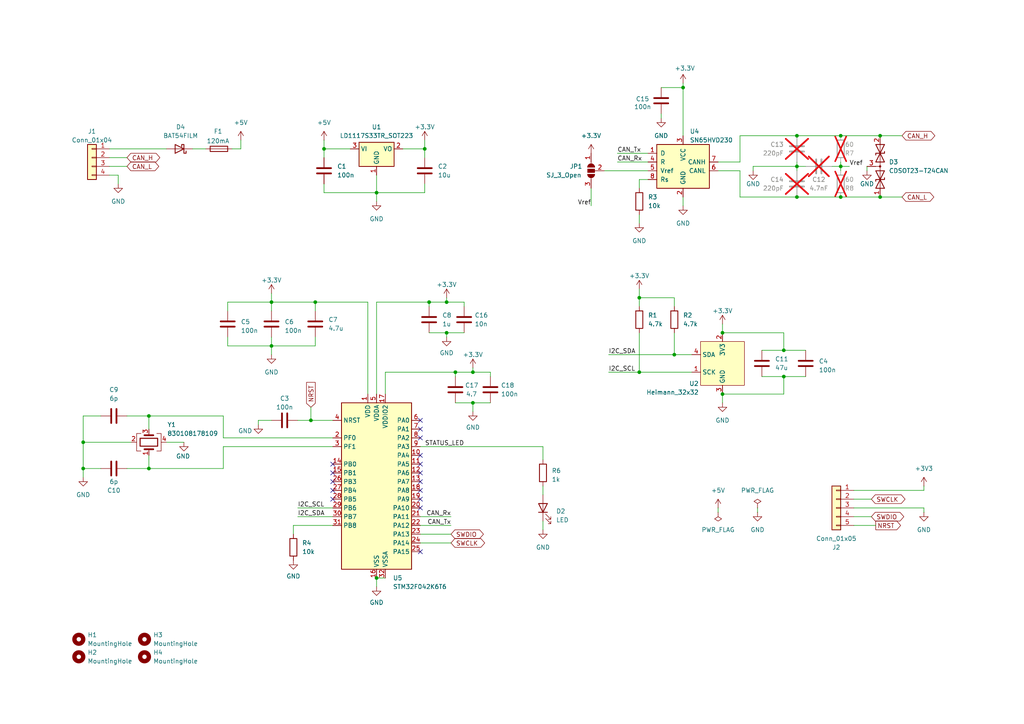
<source format=kicad_sch>
(kicad_sch (version 20231120) (generator "eeschema") (generator_version "8.0")
  (paper "A4")
  (lib_symbols
    (symbol "Connector_Generic:Conn_01x04" (pin_names (offset 1.016) hide)
      (property "Reference" "J" (at 0 5.08 0))
      (property "Value" "Conn_01x04" (at 0 -7.62 0))
      (symbol "Conn_01x04_1_1"
        (rectangle (start -1.27 -4.953) (end 0 -5.207) (stroke (width 0.1524)))
        (rectangle (start -1.27 -2.413) (end 0 -2.667) (stroke (width 0.1524)))
        (rectangle (start -1.27 0.127) (end 0 -0.127) (stroke (width 0.1524)))
        (rectangle (start -1.27 2.667) (end 0 2.413) (stroke (width 0.1524)))
        (rectangle (start -1.27 3.81) (end 1.27 -6.35) (stroke (width 0.254)) (fill (type background)))
        (pin passive line (at -5.08 2.54 0) (length 3.81) (name "Pin_1") (number "1"))
        (pin passive line (at -5.08 0 0) (length 3.81) (name "Pin_2") (number "2"))
        (pin passive line (at -5.08 -2.54 0) (length 3.81) (name "Pin_3") (number "3"))
        (pin passive line (at -5.08 -5.08 0) (length 3.81) (name "Pin_4") (number "4"))
      )
    )
    (symbol "Connector_Generic:Conn_01x05" (pin_names (offset 1.016) hide)
      (property "Reference" "J" (at 0 7.62 0))
      (property "Value" "Conn_01x05" (at 0 -7.62 0))
      (symbol "Conn_01x05_1_1"
        (rectangle (start -1.27 -4.953) (end 0 -5.207) (stroke (width 0.1524)))
        (rectangle (start -1.27 -2.413) (end 0 -2.667) (stroke (width 0.1524)))
        (rectangle (start -1.27 0.127) (end 0 -0.127) (stroke (width 0.1524)))
        (rectangle (start -1.27 2.667) (end 0 2.413) (stroke (width 0.1524)))
        (rectangle (start -1.27 5.207) (end 0 4.953) (stroke (width 0.1524)))
        (rectangle (start -1.27 6.35) (end 1.27 -6.35) (stroke (width 0.254)) (fill (type background)))
        (pin passive line (at -5.08 5.08 0) (length 3.81) (name "Pin_1") (number "1"))
        (pin passive line (at -5.08 2.54 0) (length 3.81) (name "Pin_2") (number "2"))
        (pin passive line (at -5.08 0 0) (length 3.81) (name "Pin_3") (number "3"))
        (pin passive line (at -5.08 -2.54 0) (length 3.81) (name "Pin_4") (number "4"))
        (pin passive line (at -5.08 -5.08 0) (length 3.81) (name "Pin_5") (number "5"))
      )
    )
    (symbol "Device:C" (pin_numbers hide) (pin_names (offset 0.254))
      (property "Reference" "C" (at 0.635 2.54 0))
      (property "Value" "C" (at 0.635 -2.54 0))
      (symbol "C_0_1"
        (polyline (pts (xy -2.032 -0.762) (xy 2.032 -0.762)) (stroke (width 0.508)))
        (polyline (pts (xy -2.032 0.762) (xy 2.032 0.762)) (stroke (width 0.508)))
      )
      (symbol "C_1_1"
        (pin passive line (at 0 3.81 270) (length 2.794) (name "~") (number "1"))
        (pin passive line (at 0 -3.81 90) (length 2.794) (name "~") (number "2"))
      )
    )
    (symbol "Device:D_Schottky" (pin_numbers hide) (pin_names (offset 1.016) hide)
      (property "Reference" "D" (at 0 2.54 0))
      (property "Value" "D_Schottky" (at 0 -2.54 0))
      (symbol "D_Schottky_0_1"
        (polyline (pts (xy 1.27 0) (xy -1.27 0)))
        (polyline (pts (xy 1.27 1.27) (xy 1.27 -1.27) (xy -1.27 0) (xy 1.27 1.27)) (stroke (width 0.254)))
        (polyline (pts (xy -1.905 0.635) (xy -1.905 1.27) (xy -1.27 1.27) (xy -1.27 -1.27) (xy -0.635 -1.27) (xy -0.635 -0.635)) (stroke (width 0.254)))
      )
      (symbol "D_Schottky_1_1"
        (pin passive line (at -3.81 0 0) (length 2.54) (name "K") (number "1"))
        (pin passive line (at 3.81 0 180) (length 2.54) (name "A") (number "2"))
      )
    )
    (symbol "Device:D_TVS_Dual_AAC" (pin_names (offset 1.016) hide)
      (property "Reference" "D" (at 0 4.445 0))
      (property "Value" "D_TVS_Dual_AAC" (at 0 2.54 0))
      (symbol "D_TVS_Dual_AAC_0_0"
        (polyline (pts (xy 0 -1.27) (xy 0 0)))
      )
      (symbol "D_TVS_Dual_AAC_0_1"
        (polyline (pts (xy -6.35 0) (xy 6.35 0)))
        (polyline (pts (xy -3.302 1.27) (xy -3.81 1.27) (xy -3.81 -1.27) (xy -4.318 -1.27)) (stroke (width 0.254)))
        (polyline (pts (xy 4.318 1.27) (xy 3.81 1.27) (xy 3.81 -1.27) (xy 3.302 -1.27)) (stroke (width 0.254)))
        (polyline (pts (xy -6.35 1.27) (xy -1.27 -1.27) (xy -1.27 1.27) (xy -6.35 -1.27) (xy -6.35 1.27)) (stroke (width 0.254)))
        (polyline (pts (xy 6.35 1.27) (xy 1.27 -1.27) (xy 1.27 1.27) (xy 6.35 -1.27) (xy 6.35 1.27)) (stroke (width 0.254)))
        (circle (center 0 0) (radius 0.254) (fill (type outline)))
      )
      (symbol "D_TVS_Dual_AAC_1_1"
        (pin passive line (at -8.89 0 0) (length 2.54) (name "A1") (number "1"))
        (pin passive line (at 8.89 0 180) (length 2.54) (name "A2") (number "2"))
        (pin input line (at 0 -3.81 90) (length 2.54) (name "common") (number "3"))
      )
    )
    (symbol "Device:Fuse" (pin_numbers hide) (pin_names (offset 0))
      (property "Reference" "F" (at 2.032 0 90))
      (property "Value" "Fuse" (at -1.905 0 90))
      (symbol "Fuse_0_1"
        (rectangle (start -0.762 -2.54) (end 0.762 2.54) (stroke (width 0.254)))
        (polyline (pts (xy 0 2.54) (xy 0 -2.54)))
      )
      (symbol "Fuse_1_1"
        (pin passive line (at 0 3.81 270) (length 1.27) (name "~") (number "1"))
        (pin passive line (at 0 -3.81 90) (length 1.27) (name "~") (number "2"))
      )
    )
    (symbol "Device:LED" (pin_numbers hide) (pin_names (offset 1.016) hide)
      (property "Reference" "D" (at 0 2.54 0))
      (property "Value" "LED" (at 0 -2.54 0))
      (symbol "LED_0_1"
        (polyline (pts (xy -1.27 -1.27) (xy -1.27 1.27)) (stroke (width 0.254)))
        (polyline (pts (xy -1.27 0) (xy 1.27 0)))
        (polyline (pts (xy 1.27 -1.27) (xy 1.27 1.27) (xy -1.27 0) (xy 1.27 -1.27)) (stroke (width 0.254)))
        (polyline (pts (xy -3.048 -0.762) (xy -4.572 -2.286) (xy -3.81 -2.286) (xy -4.572 -2.286) (xy -4.572 -1.524)))
        (polyline (pts (xy -1.778 -0.762) (xy -3.302 -2.286) (xy -2.54 -2.286) (xy -3.302 -2.286) (xy -3.302 -1.524)))
      )
      (symbol "LED_1_1"
        (pin passive line (at -3.81 0 0) (length 2.54) (name "K") (number "1"))
        (pin passive line (at 3.81 0 180) (length 2.54) (name "A") (number "2"))
      )
    )
    (symbol "Device:R" (pin_numbers hide) (pin_names (offset 0))
      (property "Reference" "R" (at 2.032 0 90))
      (property "Value" "R" (at 0 0 90))
      (symbol "R_0_1"
        (rectangle (start -1.016 -2.54) (end 1.016 2.54) (stroke (width 0.254)))
      )
      (symbol "R_1_1"
        (pin passive line (at 0 3.81 270) (length 1.27) (name "~") (number "1"))
        (pin passive line (at 0 -3.81 90) (length 1.27) (name "~") (number "2"))
      )
    )
    (symbol "FaSTTUBe_Crystals:830108178109" (pin_names (offset 1.016) hide)
      (property "Reference" "Y" (at 3.175 5.08 0))
      (property "Value" "830108178109" (at 3.175 3.175 0))
      (symbol "830108178109_0_1"
        (rectangle (start -1.143 2.54) (end 1.143 -2.54) (stroke (width 0.3048)))
        (polyline (pts (xy -2.54 0) (xy -2.032 0)))
        (polyline (pts (xy -2.032 -1.27) (xy -2.032 1.27)) (stroke (width 0.508)))
        (polyline (pts (xy 0 -3.81) (xy 0 -3.556)))
        (polyline (pts (xy 0 3.556) (xy 0 3.81)))
        (polyline (pts (xy 2.032 -1.27) (xy 2.032 1.27)) (stroke (width 0.508)))
        (polyline (pts (xy 2.032 0) (xy 2.54 0)))
        (polyline (pts (xy -2.54 -2.286) (xy -2.54 -3.556) (xy 2.54 -3.556) (xy 2.54 -2.286)))
        (polyline (pts (xy -2.54 2.286) (xy -2.54 3.556) (xy 2.54 3.556) (xy 2.54 2.286)))
      )
      (symbol "830108178109_1_1"
        (pin passive line (at -3.81 0 0) (length 1.27) (name "1") (number "1"))
        (pin passive line (at 0 5.08 270) (length 1.27) (name "2") (number "2"))
        (pin passive line (at 3.81 0 180) (length 1.27) (name "3") (number "3"))
        (pin passive line (at 0 -5.08 90) (length 1.27) (name "4") (number "4"))
      )
    )
    (symbol "GND_1" (power) (pin_numbers hide) (pin_names (offset 0) hide)
      (property "Value" "GND" (at 0 -3.81 0))
      (symbol "GND_1_0_1"
        (polyline (pts (xy 0 0) (xy 0 -1.27) (xy 1.27 -1.27) (xy 0 -2.54) (xy -1.27 -1.27) (xy 0 -1.27)))
      )
      (symbol "GND_1_1_1"
        (pin power_in line (at 0 0 270) (length 0) (name "~") (number "1"))
      )
    )
    (symbol "Interface_CAN_LIN:SN65HVD230" (pin_names (offset 1.016))
      (property "Reference" "U" (at -2.54 10.16 0))
      (property "Value" "SN65HVD230" (at -2.54 7.62 0))
      (symbol "SN65HVD230_0_1"
        (rectangle (start -7.62 5.08) (end 7.62 -7.62) (stroke (width 0.254)) (fill (type background)))
      )
      (symbol "SN65HVD230_1_1"
        (pin input line (at -10.16 2.54 0) (length 2.54) (name "D") (number "1"))
        (pin power_in line (at 0 -10.16 90) (length 2.54) (name "GND") (number "2"))
        (pin power_in line (at 0 7.62 270) (length 2.54) (name "VCC") (number "3"))
        (pin output line (at -10.16 0 0) (length 2.54) (name "R") (number "4"))
        (pin output line (at -10.16 -2.54 0) (length 2.54) (name "Vref") (number "5"))
        (pin bidirectional line (at 10.16 -2.54 180) (length 2.54) (name "CANL") (number "6"))
        (pin bidirectional line (at 10.16 0 180) (length 2.54) (name "CANH") (number "7"))
        (pin input line (at -10.16 -5.08 0) (length 2.54) (name "Rs") (number "8"))
      )
    )
    (symbol "Jumper:SolderJumper_3_Open" (pin_names (offset 0) hide)
      (property "Reference" "JP" (at -2.54 -2.54 0))
      (property "Value" "SolderJumper_3_Open" (at 0 2.794 0))
      (symbol "SolderJumper_3_Open_0_1"
        (arc (start -1.016 1.016) (mid -2.0276 0) (end -1.016 -1.016))
        (arc (start -1.016 1.016) (mid -2.0276 0) (end -1.016 -1.016) (fill (type outline)))
        (rectangle (start -0.508 1.016) (end 0.508 -1.016) (fill (type outline)))
        (polyline (pts (xy -2.54 0) (xy -2.032 0)))
        (polyline (pts (xy -1.016 1.016) (xy -1.016 -1.016)))
        (polyline (pts (xy 0 -1.27) (xy 0 -1.016)))
        (polyline (pts (xy 1.016 1.016) (xy 1.016 -1.016)))
        (polyline (pts (xy 2.54 0) (xy 2.032 0)))
        (arc (start 1.016 -1.016) (mid 2.0276 0) (end 1.016 1.016))
        (arc (start 1.016 -1.016) (mid 2.0276 0) (end 1.016 1.016) (fill (type outline)))
      )
      (symbol "SolderJumper_3_Open_1_1"
        (pin passive line (at -5.08 0 0) (length 2.54) (name "A") (number "1"))
        (pin passive line (at 0 -3.81 90) (length 2.54) (name "C") (number "2"))
        (pin passive line (at 5.08 0 180) (length 2.54) (name "B") (number "3"))
      )
    )
    (symbol "MCU_ST_STM32F0:STM32F042K6Tx"
      (property "Reference" "U" (at -10.16 26.67 0))
      (property "Value" "STM32F042K6Tx" (at 5.08 26.67 0))
      (symbol "STM32F042K6Tx_0_1"
        (rectangle (start -10.16 -22.86) (end 10.16 25.4) (stroke (width 0.254)) (fill (type background)))
      )
      (symbol "STM32F042K6Tx_1_1"
        (pin power_in line (at -2.54 27.94 270) (length 2.54) (name "VDD") (number "1"))
        (pin bidirectional line (at 12.7 10.16 180) (length 2.54) (name "PA4") (number "10"))
        (pin bidirectional line (at 12.7 7.62 180) (length 2.54) (name "PA5") (number "11"))
        (pin bidirectional line (at 12.7 5.08 180) (length 2.54) (name "PA6") (number "12"))
        (pin bidirectional line (at 12.7 2.54 180) (length 2.54) (name "PA7") (number "13"))
        (pin bidirectional line (at -12.7 7.62 0) (length 2.54) (name "PB0") (number "14"))
        (pin bidirectional line (at -12.7 5.08 0) (length 2.54) (name "PB1") (number "15"))
        (pin power_in line (at 0 -25.4 90) (length 2.54) (name "VSS") (number "16"))
        (pin power_in line (at 2.54 27.94 270) (length 2.54) (name "VDDIO2") (number "17"))
        (pin bidirectional line (at 12.7 0 180) (length 2.54) (name "PA8") (number "18"))
        (pin bidirectional line (at 12.7 -2.54 180) (length 2.54) (name "PA9") (number "19"))
        (pin bidirectional line (at -12.7 15.24 0) (length 2.54) (name "PF0") (number "2"))
        (pin bidirectional line (at 12.7 -5.08 180) (length 2.54) (name "PA10") (number "20"))
        (pin bidirectional line (at 12.7 -7.62 180) (length 2.54) (name "PA11") (number "21"))
        (pin bidirectional line (at 12.7 -10.16 180) (length 2.54) (name "PA12") (number "22"))
        (pin bidirectional line (at 12.7 -12.7 180) (length 2.54) (name "PA13") (number "23"))
        (pin bidirectional line (at 12.7 -15.24 180) (length 2.54) (name "PA14") (number "24"))
        (pin bidirectional line (at 12.7 -17.78 180) (length 2.54) (name "PA15") (number "25"))
        (pin bidirectional line (at -12.7 2.54 0) (length 2.54) (name "PB3") (number "26"))
        (pin bidirectional line (at -12.7 0 0) (length 2.54) (name "PB4") (number "27"))
        (pin bidirectional line (at -12.7 -2.54 0) (length 2.54) (name "PB5") (number "28"))
        (pin bidirectional line (at -12.7 -5.08 0) (length 2.54) (name "PB6") (number "29"))
        (pin bidirectional line (at -12.7 12.7 0) (length 2.54) (name "PF1") (number "3"))
        (pin bidirectional line (at -12.7 -7.62 0) (length 2.54) (name "PB7") (number "30"))
        (pin bidirectional line (at -12.7 -10.16 0) (length 2.54) (name "PB8") (number "31"))
        (pin power_in line (at 2.54 -25.4 90) (length 2.54) (name "VSSA") (number "32"))
        (pin input line (at -12.7 20.32 0) (length 2.54) (name "NRST") (number "4"))
        (pin power_in line (at 0 27.94 270) (length 2.54) (name "VDDA") (number "5"))
        (pin bidirectional line (at 12.7 20.32 180) (length 2.54) (name "PA0") (number "6"))
        (pin bidirectional line (at 12.7 17.78 180) (length 2.54) (name "PA1") (number "7"))
        (pin bidirectional line (at 12.7 15.24 180) (length 2.54) (name "PA2") (number "8"))
        (pin bidirectional line (at 12.7 12.7 180) (length 2.54) (name "PA3") (number "9"))
      )
    )
    (symbol "MountingHole_1" (pin_names (offset 1.016)) (exclude_from_sim yes) (in_bom no)
      (property "Reference" "H" (at 0 5.08 0))
      (property "Value" "MountingHole" (at 0 3.175 0))
      (symbol "MountingHole_1_0_1"
        (circle (center 0 0) (radius 1.27) (stroke (width 1.27)))
      )
    )
    (symbol "Regulator_Linear:LD1117S33TR_SOT223"
      (property "Reference" "U" (at -3.81 3.175 0))
      (property "Value" "LD1117S33TR_SOT223" (at 0 3.175 0))
      (symbol "LD1117S33TR_SOT223_0_1"
        (rectangle (start -5.08 -5.08) (end 5.08 1.905) (stroke (width 0.254)) (fill (type background)))
      )
      (symbol "LD1117S33TR_SOT223_1_1"
        (pin power_in line (at 0 -7.62 90) (length 2.54) (name "GND") (number "1"))
        (pin power_out line (at 7.62 0 180) (length 2.54) (name "VO") (number "2"))
        (pin power_in line (at -7.62 0 0) (length 2.54) (name "VI") (number "3"))
      )
    )
    (symbol "TTS:Heimann_16x16"
      (property "Reference" "U" (at 0 0 0))
      (property "Value" "Heimann_16x16" (at 0 0 0))
      (symbol "Heimann_16x16_0_1"
        (rectangle (start -6.35 6.35) (end 6.35 -6.35) (fill (type background)))
      )
      (symbol "Heimann_16x16_1_1"
        (pin bidirectional line (at 8.89 -2.54 180) (length 2.54) (name "SCK") (number "1"))
        (pin power_in line (at 0 8.89 270) (length 2.54) (name "3V3") (number "2"))
        (pin power_in line (at 0 -8.89 90) (length 2.54) (name "GND") (number "3"))
        (pin bidirectional line (at 8.89 2.54 180) (length 2.54) (name "SDA") (number "4"))
      )
    )
    (symbol "power:+3.3V" (power) (pin_names (offset 0))
      (property "Value" "+3.3V" (at 0 3.556 0))
      (symbol "+3.3V_0_1"
        (polyline (pts (xy -0.762 1.27) (xy 0 2.54)))
        (polyline (pts (xy 0 0) (xy 0 2.54)))
        (polyline (pts (xy 0 2.54) (xy 0.762 1.27)))
      )
      (symbol "+3.3V_1_1"
        (pin power_in line (at 0 0 90) (length 0) hide (name "+3.3V") (number "1"))
      )
    )
    (symbol "power:+3V3" (power) (pin_numbers hide) (pin_names (offset 0) hide)
      (property "Value" "+3V3" (at 0 3.556 0))
      (symbol "+3V3_0_1"
        (polyline (pts (xy -0.762 1.27) (xy 0 2.54)))
        (polyline (pts (xy 0 0) (xy 0 2.54)))
        (polyline (pts (xy 0 2.54) (xy 0.762 1.27)))
      )
      (symbol "+3V3_1_1"
        (pin power_in line (at 0 0 90) (length 0) (name "~") (number "1"))
      )
    )
    (symbol "power:+5V" (power) (pin_numbers hide) (pin_names (offset 0) hide)
      (property "Value" "+5V" (at 0 3.556 0))
      (symbol "+5V_0_1"
        (polyline (pts (xy -0.762 1.27) (xy 0 2.54)))
        (polyline (pts (xy 0 0) (xy 0 2.54)))
        (polyline (pts (xy 0 2.54) (xy 0.762 1.27)))
      )
      (symbol "+5V_1_1"
        (pin power_in line (at 0 0 90) (length 0) (name "~") (number "1"))
      )
    )
    (symbol "power:GND" (power) (pin_names (offset 0))
      (property "Value" "GND" (at 0 -3.81 0))
      (symbol "GND_0_1"
        (polyline (pts (xy 0 0) (xy 0 -1.27) (xy 1.27 -1.27) (xy 0 -2.54) (xy -1.27 -1.27) (xy 0 -1.27)))
      )
      (symbol "GND_1_1"
        (pin power_in line (at 0 0 270) (length 0) hide (name "GND") (number "1"))
      )
    )
    (symbol "power:PWR_FLAG" (power) (pin_numbers hide) (pin_names (offset 0) hide)
      (property "Value" "PWR_FLAG" (at 0 3.81 0))
      (symbol "PWR_FLAG_0_0"
        (pin power_out line (at 0 0 90) (length 0) (name "~") (number "1"))
      )
      (symbol "PWR_FLAG_0_1"
        (polyline (pts (xy 0 0) (xy 0 1.27) (xy -1.016 1.905) (xy 0 2.54) (xy 1.016 1.905) (xy 0 1.27)))
      )
    )
  )
  (junction (at 91.44 87.63))
  (junction (at 137.16 107.95))
  (junction (at 243.84 48.26))
  (junction (at 78.74 87.63))
  (junction (at 43.18 120.65))
  (junction (at 43.18 135.89))
  (junction (at 24.13 135.89))
  (junction (at 231.14 48.26))
  (junction (at 132.08 107.95))
  (junction (at 227.33 101.6))
  (junction (at 231.14 57.15))
  (junction (at 109.22 55.88))
  (junction (at 109.22 167.64))
  (junction (at 243.84 39.37))
  (junction (at 93.98 43.18))
  (junction (at 255.27 57.15))
  (junction (at 124.46 87.63))
  (junction (at 227.33 109.22))
  (junction (at 231.14 39.37))
  (junction (at 198.12 25.4))
  (junction (at 129.54 96.52))
  (junction (at 78.74 100.33))
  (junction (at 129.54 87.63))
  (junction (at 209.55 114.3))
  (junction (at 137.16 116.84))
  (junction (at 209.55 96.52))
  (junction (at 123.19 43.18))
  (junction (at 185.42 107.95))
  (junction (at 24.13 128.27))
  (junction (at 195.58 102.87))
  (junction (at 243.84 57.15))
  (junction (at 185.42 86.36))
  (junction (at 255.27 39.37))
  (junction (at 90.17 121.92))
  (no_connect (at 121.92 142.24))
  (no_connect (at 121.92 144.78))
  (no_connect (at 121.92 160.02))
  (no_connect (at 96.52 142.24))
  (no_connect (at 96.52 134.62))
  (no_connect (at 121.92 132.08))
  (no_connect (at 121.92 137.16))
  (no_connect (at 96.52 137.16))
  (no_connect (at 96.52 144.78))
  (no_connect (at 121.92 121.92))
  (no_connect (at 121.92 127))
  (no_connect (at 121.92 124.46))
  (no_connect (at 121.92 147.32))
  (no_connect (at 121.92 134.62))
  (no_connect (at 96.52 139.7))
  (no_connect (at 121.92 139.7))
  (wire (pts (xy 121.92 157.48) (xy 130.81 157.48)))
  (wire (pts (xy 247.65 144.78) (xy 252.73 144.78)))
  (wire (pts (xy 157.48 151.13) (xy 157.48 153.67)))
  (wire (pts (xy 124.46 87.63) (xy 124.46 88.9)))
  (wire (pts (xy 142.24 107.95) (xy 142.24 109.22)))
  (wire (pts (xy 78.74 87.63) (xy 66.04 87.63)))
  (wire (pts (xy 78.74 97.79) (xy 78.74 100.33)))
  (wire (pts (xy 43.18 135.89) (xy 64.77 135.89)))
  (wire (pts (xy 116.84 43.18) (xy 123.19 43.18)))
  (wire (pts (xy 109.22 167.64) (xy 111.76 167.64)))
  (wire (pts (xy 78.74 100.33) (xy 91.44 100.33)))
  (wire (pts (xy 74.93 123.19) (xy 74.93 121.92)))
  (wire (pts (xy 218.44 49.53) (xy 218.44 48.26)))
  (wire (pts (xy 31.75 48.26) (xy 36.83 48.26)))
  (wire (pts (xy 109.22 167.64) (xy 109.22 170.18)))
  (wire (pts (xy 179.07 44.45) (xy 187.96 44.45)))
  (wire (pts (xy 31.75 45.72) (xy 36.83 45.72)))
  (wire (pts (xy 255.27 39.37) (xy 243.84 39.37)))
  (wire (pts (xy 191.77 25.4) (xy 198.12 25.4)))
  (wire (pts (xy 129.54 96.52) (xy 134.62 96.52)))
  (wire (pts (xy 137.16 107.95) (xy 142.24 107.95)))
  (wire (pts (xy 36.83 120.65) (xy 43.18 120.65)))
  (wire (pts (xy 121.92 149.86) (xy 130.81 149.86)))
  (wire (pts (xy 220.98 109.22) (xy 227.33 109.22)))
  (wire (pts (xy 176.53 102.87) (xy 195.58 102.87)))
  (wire (pts (xy 121.92 154.94) (xy 130.81 154.94)))
  (wire (pts (xy 247.65 152.4) (xy 254 152.4)))
  (wire (pts (xy 185.42 83.82) (xy 185.42 86.36)))
  (wire (pts (xy 24.13 135.89) (xy 24.13 138.43)))
  (wire (pts (xy 109.22 50.8) (xy 109.22 55.88)))
  (wire (pts (xy 86.36 121.92) (xy 90.17 121.92)))
  (wire (pts (xy 255.27 57.15) (xy 243.84 57.15)))
  (wire (pts (xy 24.13 128.27) (xy 24.13 135.89)))
  (wire (pts (xy 106.68 87.63) (xy 91.44 87.63)))
  (wire (pts (xy 29.21 120.65) (xy 24.13 120.65)))
  (wire (pts (xy 91.44 100.33) (xy 91.44 97.79)))
  (wire (pts (xy 134.62 87.63) (xy 134.62 88.9)))
  (wire (pts (xy 96.52 152.4) (xy 85.09 152.4)))
  (wire (pts (xy 243.84 46.99) (xy 243.84 48.26)))
  (wire (pts (xy 64.77 120.65) (xy 64.77 127)))
  (wire (pts (xy 171.45 59.69) (xy 171.45 54.61)))
  (wire (pts (xy 227.33 96.52) (xy 227.33 101.6)))
  (wire (pts (xy 246.38 48.26) (xy 243.84 48.26)))
  (wire (pts (xy 157.48 140.97) (xy 157.48 143.51)))
  (wire (pts (xy 86.36 149.86) (xy 96.52 149.86)))
  (wire (pts (xy 123.19 43.18) (xy 123.19 45.72)))
  (wire (pts (xy 111.76 107.95) (xy 111.76 114.3)))
  (wire (pts (xy 124.46 87.63) (xy 129.54 87.63)))
  (wire (pts (xy 109.22 87.63) (xy 109.22 114.3)))
  (wire (pts (xy 86.36 147.32) (xy 96.52 147.32)))
  (wire (pts (xy 243.84 39.37) (xy 231.14 39.37)))
  (wire (pts (xy 24.13 120.65) (xy 24.13 128.27)))
  (wire (pts (xy 121.92 129.54) (xy 157.48 129.54)))
  (wire (pts (xy 132.08 107.95) (xy 137.16 107.95)))
  (wire (pts (xy 214.63 46.99) (xy 214.63 39.37)))
  (wire (pts (xy 219.71 147.32) (xy 219.71 148.59)))
  (wire (pts (xy 137.16 106.68) (xy 137.16 107.95)))
  (wire (pts (xy 59.69 43.18) (xy 55.88 43.18)))
  (wire (pts (xy 34.29 50.8) (xy 31.75 50.8)))
  (wire (pts (xy 34.29 53.34) (xy 34.29 50.8)))
  (wire (pts (xy 121.92 152.4) (xy 130.81 152.4)))
  (wire (pts (xy 109.22 55.88) (xy 123.19 55.88)))
  (wire (pts (xy 74.93 121.92) (xy 78.74 121.92)))
  (wire (pts (xy 214.63 49.53) (xy 214.63 57.15)))
  (wire (pts (xy 195.58 88.9) (xy 195.58 86.36)))
  (wire (pts (xy 93.98 40.64) (xy 93.98 43.18)))
  (wire (pts (xy 195.58 102.87) (xy 195.58 96.52)))
  (wire (pts (xy 185.42 86.36) (xy 185.42 88.9)))
  (wire (pts (xy 247.65 149.86) (xy 252.73 149.86)))
  (wire (pts (xy 267.97 142.24) (xy 267.97 140.97)))
  (wire (pts (xy 185.42 107.95) (xy 200.66 107.95)))
  (wire (pts (xy 247.65 142.24) (xy 267.97 142.24)))
  (wire (pts (xy 231.14 49.53) (xy 231.14 48.26)))
  (wire (pts (xy 209.55 114.3) (xy 227.33 114.3)))
  (wire (pts (xy 91.44 87.63) (xy 78.74 87.63)))
  (wire (pts (xy 227.33 109.22) (xy 233.68 109.22)))
  (wire (pts (xy 24.13 135.89) (xy 29.21 135.89)))
  (wire (pts (xy 78.74 85.09) (xy 78.74 87.63)))
  (wire (pts (xy 43.18 120.65) (xy 64.77 120.65)))
  (wire (pts (xy 195.58 102.87) (xy 200.66 102.87)))
  (wire (pts (xy 111.76 107.95) (xy 132.08 107.95)))
  (wire (pts (xy 123.19 40.64) (xy 123.19 43.18)))
  (wire (pts (xy 129.54 96.52) (xy 129.54 97.79)))
  (wire (pts (xy 43.18 132.08) (xy 43.18 135.89)))
  (wire (pts (xy 123.19 55.88) (xy 123.19 53.34)))
  (wire (pts (xy 124.46 96.52) (xy 129.54 96.52)))
  (wire (pts (xy 214.63 57.15) (xy 231.14 57.15)))
  (wire (pts (xy 227.33 109.22) (xy 227.33 114.3)))
  (wire (pts (xy 109.22 55.88) (xy 109.22 58.42)))
  (wire (pts (xy 64.77 127) (xy 96.52 127)))
  (wire (pts (xy 261.62 57.15) (xy 255.27 57.15)))
  (wire (pts (xy 90.17 118.11) (xy 90.17 121.92)))
  (wire (pts (xy 36.83 135.89) (xy 43.18 135.89)))
  (wire (pts (xy 137.16 116.84) (xy 142.24 116.84)))
  (wire (pts (xy 129.54 86.36) (xy 129.54 87.63)))
  (wire (pts (xy 24.13 128.27) (xy 38.1 128.27)))
  (wire (pts (xy 93.98 53.34) (xy 93.98 55.88)))
  (wire (pts (xy 175.26 49.53) (xy 187.96 49.53)))
  (wire (pts (xy 78.74 100.33) (xy 78.74 102.87)))
  (wire (pts (xy 185.42 52.07) (xy 187.96 52.07)))
  (wire (pts (xy 247.65 147.32) (xy 267.97 147.32)))
  (wire (pts (xy 208.28 49.53) (xy 214.63 49.53)))
  (wire (pts (xy 243.84 48.26) (xy 241.3 48.26)))
  (wire (pts (xy 208.28 147.32) (xy 208.28 148.59)))
  (wire (pts (xy 251.46 49.53) (xy 251.46 48.26)))
  (wire (pts (xy 137.16 116.84) (xy 137.16 119.38)))
  (wire (pts (xy 93.98 43.18) (xy 101.6 43.18)))
  (wire (pts (xy 243.84 49.53) (xy 243.84 48.26)))
  (wire (pts (xy 109.22 87.63) (xy 124.46 87.63)))
  (wire (pts (xy 132.08 116.84) (xy 137.16 116.84)))
  (wire (pts (xy 66.04 87.63) (xy 66.04 90.17)))
  (wire (pts (xy 261.62 39.37) (xy 255.27 39.37)))
  (wire (pts (xy 176.53 107.95) (xy 185.42 107.95)))
  (wire (pts (xy 185.42 54.61) (xy 185.42 52.07)))
  (wire (pts (xy 48.26 128.27) (xy 53.34 128.27)))
  (wire (pts (xy 67.31 43.18) (xy 69.85 43.18)))
  (wire (pts (xy 198.12 24.13) (xy 198.12 25.4)))
  (wire (pts (xy 267.97 147.32) (xy 267.97 148.59)))
  (wire (pts (xy 69.85 43.18) (xy 69.85 40.64)))
  (wire (pts (xy 90.17 121.92) (xy 96.52 121.92)))
  (wire (pts (xy 231.14 46.99) (xy 231.14 48.26)))
  (wire (pts (xy 132.08 107.95) (xy 132.08 109.22)))
  (wire (pts (xy 195.58 86.36) (xy 185.42 86.36)))
  (wire (pts (xy 78.74 87.63) (xy 78.74 90.17)))
  (wire (pts (xy 85.09 152.4) (xy 85.09 154.94)))
  (wire (pts (xy 209.55 114.3) (xy 209.55 116.84)))
  (wire (pts (xy 31.75 43.18) (xy 48.26 43.18)))
  (wire (pts (xy 209.55 93.98) (xy 209.55 96.52)))
  (wire (pts (xy 106.68 87.63) (xy 106.68 114.3)))
  (wire (pts (xy 243.84 57.15) (xy 231.14 57.15)))
  (wire (pts (xy 220.98 101.6) (xy 227.33 101.6)))
  (wire (pts (xy 93.98 55.88) (xy 109.22 55.88)))
  (wire (pts (xy 157.48 129.54) (xy 157.48 133.35)))
  (wire (pts (xy 198.12 25.4) (xy 198.12 39.37)))
  (wire (pts (xy 185.42 62.23) (xy 185.42 64.77)))
  (wire (pts (xy 43.18 120.65) (xy 43.18 124.46)))
  (wire (pts (xy 208.28 46.99) (xy 214.63 46.99)))
  (wire (pts (xy 233.68 48.26) (xy 231.14 48.26)))
  (wire (pts (xy 214.63 39.37) (xy 231.14 39.37)))
  (wire (pts (xy 66.04 100.33) (xy 78.74 100.33)))
  (wire (pts (xy 198.12 57.15) (xy 198.12 59.69)))
  (wire (pts (xy 191.77 34.29) (xy 191.77 33.02)))
  (wire (pts (xy 185.42 107.95) (xy 185.42 96.52)))
  (wire (pts (xy 227.33 101.6) (xy 233.68 101.6)))
  (wire (pts (xy 179.07 46.99) (xy 187.96 46.99)))
  (wire (pts (xy 66.04 97.79) (xy 66.04 100.33)))
  (wire (pts (xy 91.44 90.17) (xy 91.44 87.63)))
  (wire (pts (xy 96.52 129.54) (xy 64.77 129.54)))
  (wire (pts (xy 209.55 96.52) (xy 227.33 96.52)))
  (wire (pts (xy 129.54 87.63) (xy 134.62 87.63)))
  (wire (pts (xy 93.98 43.18) (xy 93.98 45.72)))
  (wire (pts (xy 64.77 129.54) (xy 64.77 135.89)))
  (wire (pts (xy 218.44 48.26) (xy 231.14 48.26)))
  (label "CAN_Tx" (at 130.81 152.4 180))
  (label "I2C_SDA" (at 86.36 149.86 0))
  (label "CAN_Rx" (at 130.81 149.86 180))
  (label "Vref" (at 171.45 59.69 180))
  (label "Vref" (at 246.38 48.26 0))
  (label "I2C_SCL" (at 86.36 147.32 0))
  (label "CAN_Rx" (at 179.07 46.99 0))
  (label "I2C_SDA" (at 176.53 102.87 0))
  (label "I2C_SCL" (at 176.53 107.95 0))
  (label "STATUS_LED" (at 134.62 129.54 180))
  (label "CAN_Tx" (at 179.07 44.45 0))
  (global_label "SWCLK" (shape bidirectional) (at 130.81 157.48 0) (property "Intersheetrefs" "${INTERSHEET_REFS}" (effects (hide yes))))
  (global_label "CAN_L" (shape bidirectional) (at 261.62 57.15 0) (property "Intersheetrefs" "${INTERSHEET_REFS}" (effects (hide yes))))
  (global_label "CAN_H" (shape bidirectional) (at 261.62 39.37 0) (property "Intersheetrefs" "${INTERSHEET_REFS}" (effects (hide yes))))
  (global_label "CAN_L" (shape bidirectional) (at 36.83 48.26 0) (property "Intersheetrefs" "${INTERSHEET_REFS}" (effects (hide yes))))
  (global_label "CAN_H" (shape bidirectional) (at 36.83 45.72 0) (property "Intersheetrefs" "${INTERSHEET_REFS}" (effects (hide yes))))
  (global_label "SWDIO" (shape bidirectional) (at 252.73 149.86 0) (property "Intersheetrefs" "${INTERSHEET_REFS}" (effects (hide yes))))
  (global_label "SWDIO" (shape bidirectional) (at 130.81 154.94 0) (property "Intersheetrefs" "${INTERSHEET_REFS}" (effects (hide yes))))
  (global_label "NRST" (shape input) (at 90.17 118.11 90) (property "Intersheetrefs" "${INTERSHEET_REFS}" (effects (hide yes))))
  (global_label "NRST" (shape output) (at 254 152.4 0) (property "Intersheetrefs" "${INTERSHEET_REFS}" (effects (hide yes))))
  (global_label "SWCLK" (shape bidirectional) (at 252.73 144.78 0) (property "Intersheetrefs" "${INTERSHEET_REFS}" (effects (hide yes))))
  (symbol (lib_id "FaSTTUBe_Crystals:830108178109") (at 43.18 128.27 90) (unit 1)
    (property "Reference" "Y1" (at 49.784 123.19 90))
    (property "Value" "830108178109" (at 55.88 125.73 90))
    (property "Footprint" "Crystal:Crystal_SMD_2016-4Pin_2.0x1.6mm" (effects (hide yes)))
    (property "Datasheet" "https://www.we-online.com/components/products/datasheet/830108178109.pdf" (effects (hide yes)))
    (property "Description" "16.0MHz Load Capacitance (CL) 8.00pF, Shunt Capacitance (C0) 3pF max" (effects (hide yes)))
  )
  (symbol (lib_id "Device:C") (at 66.04 93.98 0) (unit 1)
    (property "Reference" "C5" (at 69.85 93.345 0) (effects (justify left)))
    (property "Value" "100n" (at 69.85 95.885 0) (effects (justify left)))
    (property "Footprint" "Capacitor_SMD:C_0603_1608Metric" (effects (hide yes)))
    (property "LCSC" "C307331" (effects (hide yes)))
  )
  (symbol (lib_id "Device:C") (at 91.44 93.98 0) (unit 1)
    (property "Reference" "C7" (at 95.25 92.7099 0) (effects (justify left)))
    (property "Value" "4.7u" (at 95.25 95.2499 0) (effects (justify left)))
    (property "Footprint" "Capacitor_SMD:C_0603_1608Metric" (effects (hide yes)))
    (property "LCSC" "C307331" (effects (hide yes)))
  )
  (symbol (lib_name "GND_1") (lib_id "power:GND") (at 219.71 148.59 0) (unit 1)
    (property "Reference" "#PWR029" (effects (hide yes)))
    (property "Value" "GND" (at 219.71 153.67 0))
    (property "Description" "Power symbol creates a global label with name \"GND\" , ground" (effects (hide yes)))
  )
  (symbol (lib_id "Device:C") (at 93.98 49.53 0) (unit 1)
    (property "Reference" "C1" (at 97.79 48.2599 0) (effects (justify left)))
    (property "Value" "100n" (at 97.79 50.7999 0) (effects (justify left)))
    (property "Footprint" "Capacitor_SMD:C_0603_1608Metric" (effects (hide yes)))
    (property "LCSC" "C15849" (effects (hide yes)))
  )
  (symbol (lib_id "Device:Fuse") (at 63.5 43.18 90) (unit 1)
    (property "Reference" "F1" (at 64.516 38.1 90) (effects (justify left)))
    (property "Value" "120mA" (at 66.548 40.894 90) (effects (justify left)))
    (property "Footprint" "Fuse:Fuse_1206_3216Metric" (effects (hide yes)))
    (property "Datasheet" "https://www.mouser.de/datasheet/2/87/eaton_pts1206_6_60_volt_dc_surface_mount_resettabl-1608737.pdf" (effects (hide yes)))
  )
  (symbol (lib_id "power:GND") (at 78.74 102.87 0) (unit 1)
    (property "Reference" "#PWR014" (effects (hide yes)))
    (property "Value" "GND" (at 78.74 107.95 0))
  )
  (symbol (lib_id "Device:C") (at 33.02 120.65 90) (unit 1)
    (property "Reference" "C9" (at 33.02 113.03 90))
    (property "Value" "6p" (at 33.02 115.57 90))
    (property "Footprint" "Capacitor_SMD:C_0603_1608Metric" (effects (hide yes)))
    (property "LCSC" "C1549" (effects (hide yes)))
  )
  (symbol (lib_id "power:+3.3V") (at 78.74 85.09 0) (unit 1)
    (property "Reference" "#PWR04" (effects (hide yes)))
    (property "Value" "+3.3V" (at 78.74 81.28 0))
  )
  (symbol (lib_id "Device:C") (at 233.68 105.41 0) (unit 1)
    (property "Reference" "C4" (at 237.49 104.775 0) (effects (justify left)))
    (property "Value" "100n" (at 237.49 107.315 0) (effects (justify left)))
    (property "Footprint" "Capacitor_SMD:C_0603_1608Metric" (effects (hide yes)))
    (property "LCSC" "C307331" (effects (hide yes)))
  )
  (symbol (lib_id "power:GND") (at 191.77 34.29 0) (unit 1)
    (property "Reference" "#PWR027" (effects (hide yes)))
    (property "Value" "GND" (at 191.77 39.37 0))
  )
  (symbol (lib_id "Device:C") (at 231.14 43.18 0) (mirror y) (unit 1) (dnp yes)
    (property "Reference" "C13" (at 227.33 41.91 0) (effects (justify left)))
    (property "Value" "220pF" (at 227.33 44.45 0) (effects (justify left)))
    (property "Footprint" "Capacitor_SMD:C_0603_1608Metric" (effects (hide yes)))
  )
  (symbol (lib_name "MountingHole_1") (lib_id "Mechanical:MountingHole") (at 41.91 185.42 0) (unit 1) (exclude_from_sim yes) (in_bom no)
    (property "Reference" "H3" (at 44.45 184.1499 0) (effects (justify left)))
    (property "Value" "MountingHole" (at 44.45 186.6899 0) (effects (justify left)))
    (property "Footprint" "MountingHole:MountingHole_3.2mm_M3_DIN965" (effects (hide yes)))
    (property "Description" "Mounting Hole without connection" (effects (hide yes)))
  )
  (symbol (lib_id "Device:D_TVS_Dual_AAC") (at 255.27 48.26 270) (mirror x) (unit 1)
    (property "Reference" "D3" (at 257.81 46.99 90) (effects (justify left)))
    (property "Value" "CDSOT23-T24CAN" (at 257.81 49.53 90) (effects (justify left)))
    (property "Footprint" "Package_TO_SOT_SMD:SOT-23" (effects (hide yes)))
  )
  (symbol (lib_name "MountingHole_1") (lib_id "Mechanical:MountingHole") (at 41.91 190.5 0) (unit 1) (exclude_from_sim yes) (in_bom no)
    (property "Reference" "H4" (at 44.45 189.2299 0) (effects (justify left)))
    (property "Value" "MountingHole" (at 44.45 191.7699 0) (effects (justify left)))
    (property "Footprint" "MountingHole:MountingHole_3.2mm_M3_DIN965" (effects (hide yes)))
    (property "Description" "Mounting Hole without connection" (effects (hide yes)))
  )
  (symbol (lib_id "power:+3.3V") (at 137.16 106.68 0) (unit 1)
    (property "Reference" "#PWR017" (effects (hide yes)))
    (property "Value" "+3.3V" (at 137.16 102.87 0))
  )
  (symbol (lib_id "power:GND") (at 137.16 119.38 0) (unit 1)
    (property "Reference" "#PWR018" (effects (hide yes)))
    (property "Value" "GND" (at 137.16 123.952 0))
  )
  (symbol (lib_name "MountingHole_1") (lib_id "Mechanical:MountingHole") (at 22.86 190.5 0) (unit 1) (exclude_from_sim yes) (in_bom no)
    (property "Reference" "H2" (at 25.4 189.2299 0) (effects (justify left)))
    (property "Value" "MountingHole" (at 25.4 191.7699 0) (effects (justify left)))
    (property "Footprint" "MountingHole:MountingHole_3.2mm_M3_DIN965" (effects (hide yes)))
    (property "Description" "Mounting Hole without connection" (effects (hide yes)))
  )
  (symbol (lib_id "Device:LED") (at 157.48 147.32 90) (unit 1)
    (property "Reference" "D2" (at 161.29 148.2725 90) (effects (justify right)))
    (property "Value" "LED" (at 161.29 150.8125 90) (effects (justify right)))
    (property "Footprint" "LED_SMD:LED_0603_1608Metric" (effects (hide yes)))
    (property "LCSC" "C2286" (effects (hide yes)))
  )
  (symbol (lib_id "power:+5V") (at 208.28 147.32 0) (unit 1)
    (property "Reference" "#PWR028" (effects (hide yes)))
    (property "Value" "+5V" (at 208.28 142.24 0))
    (property "Description" "Power symbol creates a global label with name \"+5V\"" (effects (hide yes)))
  )
  (symbol (lib_id "Device:C") (at 237.49 48.26 270) (mirror x) (unit 1) (dnp yes)
    (property "Reference" "C12" (at 237.49 52.07 90))
    (property "Value" "4.7nF" (at 237.49 54.61 90))
    (property "Footprint" "Capacitor_SMD:C_0603_1608Metric" (effects (hide yes)))
  )
  (symbol (lib_id "power:+5V") (at 69.85 40.64 0) (unit 1)
    (property "Reference" "#PWR030" (effects (hide yes)))
    (property "Value" "+5V" (at 69.85 35.56 0))
    (property "Description" "Power symbol creates a global label with name \"+5V\"" (effects (hide yes)))
  )
  (symbol (lib_id "Device:R") (at 85.09 158.75 0) (unit 1)
    (property "Reference" "R4" (at 87.63 157.4799 0) (effects (justify left)))
    (property "Value" "10k" (at 87.63 160.0199 0) (effects (justify left)))
    (property "Footprint" "Resistor_SMD:R_0603_1608Metric" (effects (hide yes)))
    (property "LCSC" "C11702" (effects (hide yes)))
  )
  (symbol (lib_id "Device:R") (at 243.84 43.18 0) (mirror x) (unit 1) (dnp yes)
    (property "Reference" "R7" (at 246.38 44.45 0))
    (property "Value" "60" (at 246.38 41.91 0))
    (property "Footprint" "Resistor_SMD:R_0603_1608Metric" (effects (hide yes)))
  )
  (symbol (lib_id "Device:C") (at 82.55 121.92 90) (unit 1)
    (property "Reference" "C3" (at 82.55 115.57 90))
    (property "Value" "100n" (at 82.55 118.11 90))
    (property "Footprint" "Capacitor_SMD:C_0603_1608Metric" (effects (hide yes)))
    (property "LCSC" "C307331" (effects (hide yes)))
  )
  (symbol (lib_id "Device:C") (at 134.62 92.71 0) (unit 1)
    (property "Reference" "C16" (at 137.668 91.44 0) (effects (justify left)))
    (property "Value" "10n" (at 137.668 93.98 0) (effects (justify left)))
    (property "Footprint" "Capacitor_SMD:C_0603_1608Metric" (effects (hide yes)))
    (property "LCSC" "C307331" (effects (hide yes)))
  )
  (symbol (lib_id "power:GND") (at 198.12 59.69 0) (unit 1)
    (property "Reference" "#PWR011" (effects (hide yes)))
    (property "Value" "GND" (at 198.12 64.77 0))
  )
  (symbol (lib_name "GND_1") (lib_id "power:GND") (at 267.97 148.59 0) (unit 1)
    (property "Reference" "#PWR022" (effects (hide yes)))
    (property "Value" "GND" (at 267.97 153.67 0))
    (property "Description" "Power symbol creates a global label with name \"GND\" , ground" (effects (hide yes)))
  )
  (symbol (lib_id "Connector_Generic:Conn_01x04") (at 26.67 45.72 0) (mirror y) (unit 1)
    (property "Reference" "J1" (at 26.67 38.1 0))
    (property "Value" "Conn_01x04" (at 26.67 40.64 0))
    (property "Footprint" "FaSTTUBe_connectors:M8_718_4pin_horizontal" (effects (hide yes)))
  )
  (symbol (lib_id "power:GND") (at 34.29 53.34 0) (unit 1)
    (property "Reference" "#PWR02" (effects (hide yes)))
    (property "Value" "GND" (at 34.29 58.42 0))
  )
  (symbol (lib_id "Device:R") (at 185.42 58.42 0) (unit 1)
    (property "Reference" "R3" (at 187.96 57.1499 0) (effects (justify left)))
    (property "Value" "10k" (at 187.96 59.6899 0) (effects (justify left)))
    (property "Footprint" "Resistor_SMD:R_0603_1608Metric" (effects (hide yes)))
    (property "LCSC" "C17168" (effects (hide yes)))
  )
  (symbol (lib_id "power:+3.3V") (at 209.55 93.98 0) (unit 1)
    (property "Reference" "#PWR07" (effects (hide yes)))
    (property "Value" "+3.3V" (at 209.55 90.17 0))
  )
  (symbol (lib_id "power:+3.3V") (at 198.12 24.13 0) (unit 1)
    (property "Reference" "#PWR09" (effects (hide yes)))
    (property "Value" "+3.3V" (at 198.628 19.812 0))
  )
  (symbol (lib_id "Device:R") (at 195.58 92.71 0) (unit 1)
    (property "Reference" "R2" (at 198.12 91.4399 0) (effects (justify left)))
    (property "Value" "4.7k" (at 198.12 93.9799 0) (effects (justify left)))
    (property "Footprint" "Resistor_SMD:R_0603_1608Metric" (effects (hide yes)))
    (property "LCSC" "C11702" (effects (hide yes)))
  )
  (symbol (lib_id "power:+3V3") (at 267.97 140.97 0) (unit 1)
    (property "Reference" "#PWR06" (effects (hide yes)))
    (property "Value" "+3V3" (at 267.97 135.89 0))
    (property "Description" "Power symbol creates a global label with name \"+3V3\"" (effects (hide yes)))
  )
  (symbol (lib_id "power:GND") (at 129.54 97.79 0) (unit 1)
    (property "Reference" "#PWR016" (effects (hide yes)))
    (property "Value" "GND" (at 129.54 102.362 0))
  )
  (symbol (lib_id "MCU_ST_STM32F0:STM32F042K6Tx") (at 109.22 142.24 0) (unit 1)
    (property "Reference" "U5" (at 113.9541 167.64 0) (effects (justify left)))
    (property "Value" "STM32F042K6T6" (at 113.9541 170.18 0) (effects (justify left)))
    (property "Footprint" "Package_QFP:LQFP-32_7x7mm_P0.8mm" (effects (hide yes)))
    (property "Datasheet" "https://www.st.com/resource/en/datasheet/stm32f042k6.pdf" (effects (hide yes)))
    (property "Description" "STMicroelectronics Arm Cortex-M0 MCU, 32KB flash, 6KB RAM, 48 MHz, 2.0-3.6V, 26 GPIO, LQFP32" (effects (hide yes)))
  )
  (symbol (lib_id "power:+3.3V") (at 171.45 44.45 0) (mirror y) (unit 1)
    (property "Reference" "#PWR026" (effects (hide yes)))
    (property "Value" "+3.3V" (at 171.45 39.37 0))
  )
  (symbol (lib_id "power:GND") (at 85.09 162.56 0) (unit 1)
    (property "Reference" "#PWR015" (effects (hide yes)))
    (property "Value" "GND" (at 85.09 167.132 0))
  )
  (symbol (lib_id "Device:R") (at 185.42 92.71 0) (unit 1)
    (property "Reference" "R1" (at 187.96 91.4399 0) (effects (justify left)))
    (property "Value" "4.7k" (at 187.96 93.9799 0) (effects (justify left)))
    (property "Footprint" "Resistor_SMD:R_0603_1608Metric" (effects (hide yes)))
    (property "LCSC" "C11702" (effects (hide yes)))
  )
  (symbol (lib_id "Device:R") (at 243.84 53.34 0) (mirror x) (unit 1) (dnp yes)
    (property "Reference" "R8" (at 246.38 54.61 0))
    (property "Value" "60" (at 246.38 52.07 0))
    (property "Footprint" "Resistor_SMD:R_0603_1608Metric" (effects (hide yes)))
  )
  (symbol (lib_id "power:PWR_FLAG") (at 208.28 148.59 0) (mirror x) (unit 1)
    (property "Reference" "#FLG01" (effects (hide yes)))
    (property "Value" "PWR_FLAG" (at 208.28 153.67 0))
    (property "Description" "Special symbol for telling ERC where power comes from" (effects (hide yes)))
  )
  (symbol (lib_id "Interface_CAN_LIN:SN65HVD230") (at 198.12 46.99 0) (unit 1)
    (property "Reference" "U4" (at 200.0759 38.1 0) (effects (justify left)))
    (property "Value" "SN65HVD230" (at 200.0759 40.64 0) (effects (justify left)))
    (property "Footprint" "Package_SO:SOIC-8_3.9x4.9mm_P1.27mm" (effects (hide yes)))
    (property "Datasheet" "http://www.ti.com/lit/ds/symlink/sn65hvd230.pdf" (effects (hide yes)))
    (property "LCSC" "C12084" (effects (hide yes)))
  )
  (symbol (lib_id "Device:C") (at 220.98 105.41 0) (unit 1)
    (property "Reference" "C11" (at 224.79 104.1399 0) (effects (justify left)))
    (property "Value" "47u" (at 224.79 106.6799 0) (effects (justify left)))
    (property "Footprint" "Capacitor_SMD:C_0603_1608Metric" (effects (hide yes)))
    (property "LCSC" "C307331" (effects (hide yes)))
  )
  (symbol (lib_id "power:GND") (at 24.13 138.43 0) (unit 1)
    (property "Reference" "#PWR021" (effects (hide yes)))
    (property "Value" "GND" (at 24.13 143.51 0))
  )
  (symbol (lib_id "Device:C") (at 124.46 92.71 0) (unit 1)
    (property "Reference" "C8" (at 128.27 91.4399 0) (effects (justify left)))
    (property "Value" "1u" (at 128.27 93.9799 0) (effects (justify left)))
    (property "Footprint" "Capacitor_SMD:C_0603_1608Metric" (effects (hide yes)))
    (property "LCSC" "C307331" (effects (hide yes)))
  )
  (symbol (lib_name "MountingHole_1") (lib_id "Mechanical:MountingHole") (at 22.86 185.42 0) (unit 1) (exclude_from_sim yes) (in_bom no)
    (property "Reference" "H1" (at 25.4 184.1499 0) (effects (justify left)))
    (property "Value" "MountingHole" (at 25.4 186.6899 0) (effects (justify left)))
    (property "Footprint" "MountingHole:MountingHole_3.2mm_M3_DIN965" (effects (hide yes)))
    (property "Description" "Mounting Hole without connection" (effects (hide yes)))
  )
  (symbol (lib_id "power:GND") (at 251.46 49.53 0) (mirror y) (unit 1)
    (property "Reference" "#PWR024" (effects (hide yes)))
    (property "Value" "GND" (at 251.46 53.34 0))
  )
  (symbol (lib_id "power:GND") (at 53.34 128.27 0) (unit 1)
    (property "Reference" "#PWR020" (effects (hide yes)))
    (property "Value" "GND" (at 53.086 132.334 0))
  )
  (symbol (lib_id "TTS:Heimann_16x16") (at 209.55 105.41 0) (mirror y) (unit 1)
    (property "Reference" "U2" (at 199.898 111.252 0) (effects (justify right)))
    (property "Value" "Heimann_32x32" (at 187.452 113.792 0) (effects (justify right)))
    (property "Footprint" "TTS:TO-39_sidemount" (effects (hide yes)))
    (property "Datasheet" "https://cloud.fasttube.de/f/3478875" (effects (hide yes)))
  )
  (symbol (lib_id "power:GND") (at 209.55 116.84 0) (unit 1)
    (property "Reference" "#PWR010" (effects (hide yes)))
    (property "Value" "GND" (at 209.55 121.92 0))
  )
  (symbol (lib_id "Regulator_Linear:LD1117S33TR_SOT223") (at 109.22 43.18 0) (unit 1)
    (property "Reference" "U1" (at 109.22 36.83 0))
    (property "Value" "LD1117S33TR_SOT223" (at 109.22 39.37 0))
    (property "Footprint" "Package_TO_SOT_SMD:SOT-223-3_TabPin2" (effects (hide yes)))
    (property "Datasheet" "http://www.st.com/st-web-ui/static/active/en/resource/technical/document/datasheet/CD00000544.pdf" (effects (hide yes)))
  )
  (symbol (lib_id "Device:D_Schottky") (at 52.07 43.18 180) (unit 1)
    (property "Reference" "D4" (at 52.3875 36.83 0))
    (property "Value" "BAT54FILM" (at 52.3875 39.37 0))
    (property "Footprint" "TTS:SOT-23" (effects (hide yes)))
    (property "Datasheet" "https://www.mouser.de/datasheet/2/389/bat54-1849047.pdf" (effects (hide yes)))
    (property "Description" "Schottky diode" (effects (hide yes)))
  )
  (symbol (lib_id "Device:C") (at 78.74 93.98 0) (unit 1)
    (property "Reference" "C6" (at 82.55 93.345 0) (effects (justify left)))
    (property "Value" "100n" (at 82.55 95.885 0) (effects (justify left)))
    (property "Footprint" "Capacitor_SMD:C_0603_1608Metric" (effects (hide yes)))
    (property "LCSC" "C307331" (effects (hide yes)))
  )
  (symbol (lib_id "power:+3.3V") (at 129.54 86.36 0) (unit 1)
    (property "Reference" "#PWR019" (effects (hide yes)))
    (property "Value" "+3.3V" (at 129.54 82.55 0))
  )
  (symbol (lib_id "power:PWR_FLAG") (at 219.71 147.32 0) (unit 1)
    (property "Reference" "#FLG02" (effects (hide yes)))
    (property "Value" "PWR_FLAG" (at 219.71 142.24 0))
    (property "Description" "Special symbol for telling ERC where power comes from" (effects (hide yes)))
  )
  (symbol (lib_id "power:GND") (at 109.22 170.18 0) (unit 1)
    (property "Reference" "#PWR013" (effects (hide yes)))
    (property "Value" "GND" (at 109.22 174.752 0))
  )
  (symbol (lib_id "Connector_Generic:Conn_01x05") (at 242.57 147.32 0) (mirror y) (unit 1)
    (property "Reference" "J2" (at 242.57 158.75 0))
    (property "Value" "Conn_01x05" (at 242.57 156.21 0))
    (property "Footprint" "Connector_PinHeader_2.54mm:PinHeader_1x05_P2.54mm_Vertical" (effects (hide yes)))
    (property "Description" "Generic connector, single row, 01x05, script generated (kicad-library-utils/schlib/autogen/connector/)" (effects (hide yes)))
  )
  (symbol (lib_id "power:GND") (at 185.42 64.77 0) (unit 1)
    (property "Reference" "#PWR012" (effects (hide yes)))
    (property "Value" "GND" (at 185.42 69.85 0))
  )
  (symbol (lib_id "Device:C") (at 142.24 113.03 0) (unit 1)
    (property "Reference" "C18" (at 145.288 111.76 0) (effects (justify left)))
    (property "Value" "100n" (at 145.288 114.3 0) (effects (justify left)))
    (property "Footprint" "Capacitor_SMD:C_0603_1608Metric" (effects (hide yes)))
    (property "LCSC" "C307331" (effects (hide yes)))
  )
  (symbol (lib_id "Device:C") (at 123.19 49.53 0) (unit 1)
    (property "Reference" "C2" (at 127 48.2599 0) (effects (justify left)))
    (property "Value" "10u" (at 127 50.7999 0) (effects (justify left)))
    (property "Footprint" "Capacitor_SMD:C_0603_1608Metric" (effects (hide yes)))
    (property "LCSC" "C15849" (effects (hide yes)))
  )
  (symbol (lib_id "power:+3.3V") (at 185.42 83.82 0) (unit 1)
    (property "Reference" "#PWR05" (effects (hide yes)))
    (property "Value" "+3.3V" (at 185.42 80.01 0))
  )
  (symbol (lib_id "power:GND") (at 74.93 123.19 0) (unit 1)
    (property "Reference" "#PWR08" (effects (hide yes)))
    (property "Value" "GND" (at 71.12 124.968 0))
  )
  (symbol (lib_id "Device:C") (at 33.02 135.89 270) (unit 1)
    (property "Reference" "C10" (at 33.02 142.24 90))
    (property "Value" "6p" (at 33.02 139.7 90))
    (property "Footprint" "Capacitor_SMD:C_0603_1608Metric" (effects (hide yes)))
    (property "LCSC" "C1549" (effects (hide yes)))
  )
  (symbol (lib_id "Device:C") (at 231.14 53.34 0) (mirror y) (unit 1) (dnp yes)
    (property "Reference" "C14" (at 227.33 52.07 0) (effects (justify left)))
    (property "Value" "220pF" (at 227.33 54.61 0) (effects (justify left)))
    (property "Footprint" "Capacitor_SMD:C_0603_1608Metric" (effects (hide yes)))
  )
  (symbol (lib_id "power:+5V") (at 93.98 40.64 0) (unit 1)
    (property "Reference" "#PWR031" (effects (hide yes)))
    (property "Value" "+5V" (at 93.98 35.56 0))
    (property "Description" "Power symbol creates a global label with name \"+5V\"" (effects (hide yes)))
  )
  (symbol (lib_id "power:GND") (at 109.22 58.42 0) (unit 1)
    (property "Reference" "#PWR03" (effects (hide yes)))
    (property "Value" "GND" (at 109.22 63.5 0))
  )
  (symbol (lib_id "power:+3.3V") (at 123.19 40.64 0) (unit 1)
    (property "Reference" "#PWR01" (effects (hide yes)))
    (property "Value" "+3.3V" (at 123.19 36.83 0))
  )
  (symbol (lib_id "Device:R") (at 157.48 137.16 0) (unit 1)
    (property "Reference" "R6" (at 160.02 136.525 0) (effects (justify left)))
    (property "Value" "1k" (at 160.02 139.065 0) (effects (justify left)))
    (property "Footprint" "Resistor_SMD:R_0603_1608Metric" (effects (hide yes)))
    (property "LCSC" "C11702" (effects (hide yes)))
  )
  (symbol (lib_id "Device:C") (at 132.08 113.03 0) (unit 1)
    (property "Reference" "C17" (at 134.874 111.76 0) (effects (justify left)))
    (property "Value" "4.7" (at 135.128 114.3 0) (effects (justify left)))
    (property "Footprint" "Capacitor_SMD:C_0603_1608Metric" (effects (hide yes)))
    (property "LCSC" "C307331" (effects (hide yes)))
  )
  (symbol (lib_id "Jumper:SolderJumper_3_Open") (at 171.45 49.53 90) (mirror x) (unit 1)
    (property "Reference" "JP1" (at 168.91 48.26 90) (effects (justify left)))
    (property "Value" "SJ_3_Open" (at 168.656 50.8 90) (effects (justify left)))
    (property "Footprint" "Jumper:SolderJumper-3_P1.3mm_Open_RoundedPad1.0x1.5mm" (effects (hide yes)))
  )
  (symbol (lib_id "Device:C") (at 191.77 29.21 0) (unit 1)
    (property "Reference" "C15" (at 184.404 28.702 0) (effects (justify left)))
    (property "Value" "100n" (at 183.896 30.988 0) (effects (justify left)))
    (property "Footprint" "Capacitor_SMD:C_0603_1608Metric" (effects (hide yes)))
    (property "LCSC" "C307331" (effects (hide yes)))
  )
  (symbol (lib_id "power:GND") (at 218.44 49.53 0) (mirror y) (unit 1)
    (property "Reference" "#PWR025" (effects (hide yes)))
    (property "Value" "GND" (at 218.44 53.34 0))
  )
  (symbol (lib_id "power:GND") (at 157.48 153.67 0) (unit 1)
    (property "Reference" "#PWR023" (effects (hide yes)))
    (property "Value" "GND" (at 157.48 158.75 0))
  )
)
</source>
